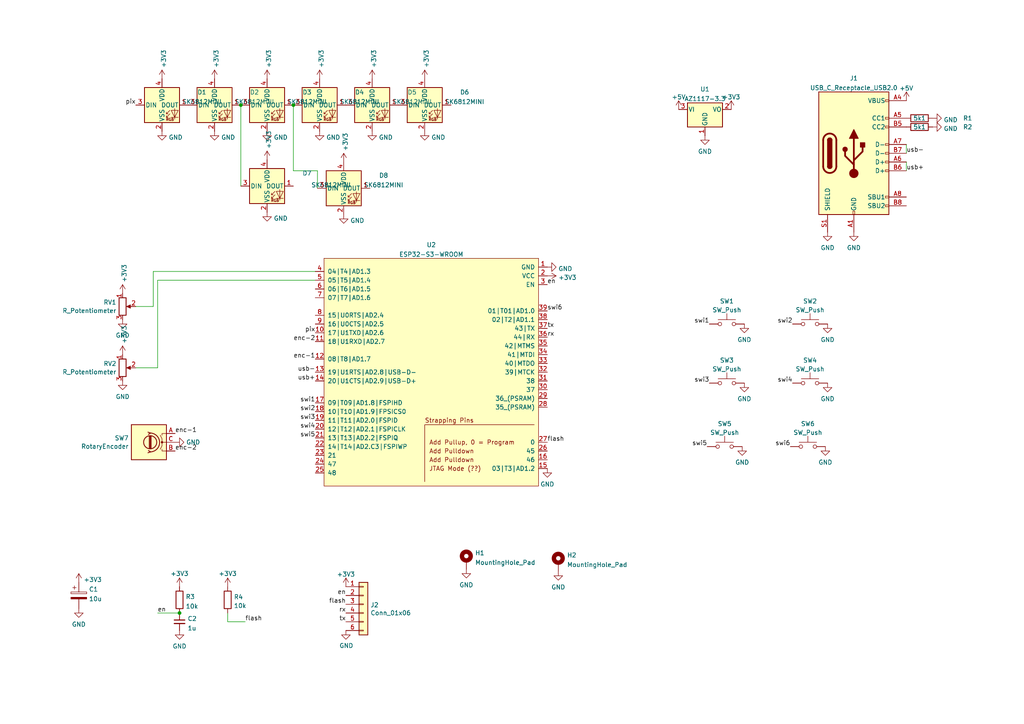
<source format=kicad_sch>
(kicad_sch (version 20231120) (generator "eeschema") (generator_version "8.0")
  (paper "A4")
  (lib_symbols
    (symbol "0_aaaaa_yeah:R" (pin_numbers hide) (pin_names (offset 0))
      (property "Reference" "R" (at 2.032 0 90))
      (property "Value" "R" (at 0 0 90))
      (symbol "R_0_1"
        (rectangle (start -1.016 -2.54) (end 1.016 2.54) (stroke (width 0.254)))
      )
      (symbol "R_1_1"
        (pin passive line (at 0 3.81 270) (length 1.27) (name "~") (number "1"))
        (pin passive line (at 0 -3.81 90) (length 1.27) (name "~") (number "2"))
      )
    )
    (symbol "AnymaLib-06:ESP32-S3-WROOM" (pin_names (offset 1.016))
      (property "Reference" "U" (at -29.21 -35.56 0))
      (property "Value" "ESP32-S3-WROOM" (at 0 34.29 0))
      (symbol "ESP32-S3-WROOM_0_0"
        (text "Add Pulldown" (at -1.27 -25.4 0) (effects (font (size 1.27 1.27)) (justify left)))
        (text "Add Pulldown" (at -1.27 -22.86 0) (effects (font (size 1.27 1.27)) (justify left)))
        (text "Add Pullup, 0 = Program" (at -1.27 -20.32 0) (effects (font (size 1.27 1.27)) (justify left)))
        (text "JTAG Mode (??)" (at -1.27 -27.94 0) (effects (font (size 1.27 1.27)) (justify left)))
        (text "Strapping Pins" (at -2.54 -13.97 0) (effects (font (size 1.27 1.27)) (justify left)))
      )
      (symbol "ESP32-S3-WROOM_0_1"
        (rectangle (start -31.75 33.02) (end 30.48 -33.02) (stroke (width 0.1524)) (fill (type background)))
        (polyline (pts (xy 29.21 -15.24) (xy -2.54 -15.24) (xy -2.54 -31.75)) (stroke (width 0.1524)))
      )
      (symbol "ESP32-S3-WROOM_1_1"
        (pin input line (at 33.02 30.48 180) (length 2.54) (name "GND") (number "1"))
        (pin input line (at -34.29 11.43 0) (length 2.54) (name "17|U1TXD|AD2.6") (number "10"))
        (pin input line (at -34.29 8.89 0) (length 2.54) (name "18|U1RXD|AD2.7") (number "11"))
        (pin input line (at -34.29 3.81 0) (length 2.54) (name "08|T8|AD1.7") (number "12"))
        (pin input line (at -34.29 0 0) (length 2.54) (name "19|U1RTS|AD2.8|USB-D-") (number "13"))
        (pin input line (at -34.29 -2.54 0) (length 2.54) (name "20|U1CTS|AD2.9|USB-D+") (number "14"))
        (pin input line (at 33.02 -27.94 180) (length 2.54) (name "03|T3|AD1.2") (number "15"))
        (pin input line (at 33.02 -25.4 180) (length 2.54) (name "46") (number "16"))
        (pin input line (at -34.29 -8.89 0) (length 2.54) (name "09|T09|AD1.8|FSPIHD") (number "17"))
        (pin input line (at -34.29 -11.43 0) (length 2.54) (name "10|T10|AD1.9|FPSICS0") (number "18"))
        (pin input line (at -34.29 -13.97 0) (length 2.54) (name "11|T11|AD2.0|FSPID") (number "19"))
        (pin input line (at 33.02 27.94 180) (length 2.54) (name "VCC") (number "2"))
        (pin input line (at -34.29 -16.51 0) (length 2.54) (name "12|T12|AD2.1|FSPICLK") (number "20"))
        (pin input line (at -34.29 -19.05 0) (length 2.54) (name "13|T13|AD2.2|FSPIQ") (number "21"))
        (pin input line (at -34.29 -21.59 0) (length 2.54) (name "14|T14|AD2.C3|FSPIWP") (number "22"))
        (pin input line (at -34.29 -24.13 0) (length 2.54) (name "21") (number "23"))
        (pin input line (at -34.29 -26.67 0) (length 2.54) (name "47") (number "24"))
        (pin input line (at -34.29 -29.21 0) (length 2.54) (name "48") (number "25"))
        (pin input line (at 33.02 -22.86 180) (length 2.54) (name "45") (number "26"))
        (pin input line (at 33.02 -20.32 180) (length 2.54) (name "0") (number "27"))
        (pin input line (at 33.02 -10.16 180) (length 2.54) (name "35_(PSRAM)") (number "28"))
        (pin input line (at 33.02 -7.62 180) (length 2.54) (name "36_(PSRAM)") (number "29"))
        (pin input line (at 33.02 25.4 180) (length 2.54) (name "EN") (number "3"))
        (pin input line (at 33.02 -5.08 180) (length 2.54) (name "37") (number "30"))
        (pin input line (at 33.02 -2.54 180) (length 2.54) (name "38") (number "31"))
        (pin input line (at 33.02 0 180) (length 2.54) (name "39|MTCK") (number "32"))
        (pin input line (at 33.02 2.54 180) (length 2.54) (name "40|MTDO") (number "33"))
        (pin input line (at 33.02 5.08 180) (length 2.54) (name "41|MTDI") (number "34"))
        (pin input line (at 33.02 7.62 180) (length 2.54) (name "42|MTMS") (number "35"))
        (pin input line (at 33.02 10.16 180) (length 2.54) (name "44|RX") (number "36"))
        (pin input line (at 33.02 12.7 180) (length 2.54) (name "43|TX") (number "37"))
        (pin input line (at 33.02 15.24 180) (length 2.54) (name "02|T2|AD1.1") (number "38"))
        (pin input line (at 33.02 17.78 180) (length 2.54) (name "01|T01|AD1.0") (number "39"))
        (pin input line (at -34.29 29.21 0) (length 2.54) (name "04|T4|AD1.3") (number "4"))
        (pin input line (at 33.02 30.48 180) (length 2.54) hide (name "GND") (number "40"))
        (pin input line (at 33.02 30.48 180) (length 2.54) hide (name "GND") (number "41"))
        (pin input line (at -34.29 26.67 0) (length 2.54) (name "05|T5|AD1.4") (number "5"))
        (pin input line (at -34.29 24.13 0) (length 2.54) (name "06|T6|AD1.5") (number "6"))
        (pin input line (at -34.29 21.59 0) (length 2.54) (name "07|T7|AD1.6") (number "7"))
        (pin input line (at -34.29 16.51 0) (length 2.54) (name "15|U0RTS|AD2.4") (number "8"))
        (pin input line (at -34.29 13.97 0) (length 2.54) (name "16|U0CTS|AD2.5") (number "9"))
      )
    )
    (symbol "Connector:USB_C_Receptacle_USB2.0" (pin_names (offset 1.016))
      (property "Reference" "J" (at -10.16 19.05 0))
      (property "Value" "USB_C_Receptacle_USB2.0" (at 19.05 19.05 0))
      (symbol "USB_C_Receptacle_USB2.0_0_0"
        (rectangle (start -0.254 -17.78) (end 0.254 -16.764))
        (rectangle (start 10.16 -14.986) (end 9.144 -15.494))
        (rectangle (start 10.16 -12.446) (end 9.144 -12.954))
        (rectangle (start 10.16 -4.826) (end 9.144 -5.334))
        (rectangle (start 10.16 -2.286) (end 9.144 -2.794))
        (rectangle (start 10.16 0.254) (end 9.144 -0.254))
        (rectangle (start 10.16 2.794) (end 9.144 2.286))
        (rectangle (start 10.16 7.874) (end 9.144 7.366))
        (rectangle (start 10.16 10.414) (end 9.144 9.906))
        (rectangle (start 10.16 15.494) (end 9.144 14.986))
      )
      (symbol "USB_C_Receptacle_USB2.0_0_1"
        (rectangle (start -10.16 17.78) (end 10.16 -17.78) (stroke (width 0.254)) (fill (type background)))
        (arc (start -8.89 -3.81) (mid -6.985 -5.7066) (end -5.08 -3.81) (stroke (width 0.508)))
        (arc (start -7.62 -3.81) (mid -6.985 -4.4422) (end -6.35 -3.81) (stroke (width 0.254)))
        (arc (start -7.62 -3.81) (mid -6.985 -4.4422) (end -6.35 -3.81) (stroke (width 0.254)) (fill (type outline)))
        (rectangle (start -7.62 -3.81) (end -6.35 3.81) (stroke (width 0.254)) (fill (type outline)))
        (arc (start -6.35 3.81) (mid -6.985 4.4422) (end -7.62 3.81) (stroke (width 0.254)))
        (arc (start -6.35 3.81) (mid -6.985 4.4422) (end -7.62 3.81) (stroke (width 0.254)) (fill (type outline)))
        (arc (start -5.08 3.81) (mid -6.985 5.7066) (end -8.89 3.81) (stroke (width 0.508)))
        (circle (center -2.54 1.143) (radius 0.635) (stroke (width 0.254)) (fill (type outline)))
        (circle (center 0 -5.842) (radius 1.27) (fill (type outline)))
        (polyline (pts (xy -8.89 -3.81) (xy -8.89 3.81)) (stroke (width 0.508)))
        (polyline (pts (xy -5.08 3.81) (xy -5.08 -3.81)) (stroke (width 0.508)))
        (polyline (pts (xy 0 -5.842) (xy 0 4.318)) (stroke (width 0.508)))
        (polyline (pts (xy 0 -3.302) (xy -2.54 -0.762) (xy -2.54 0.508)) (stroke (width 0.508)))
        (polyline (pts (xy 0 -2.032) (xy 2.54 0.508) (xy 2.54 1.778)) (stroke (width 0.508)))
        (polyline (pts (xy -1.27 4.318) (xy 0 6.858) (xy 1.27 4.318) (xy -1.27 4.318)) (stroke (width 0.254)) (fill (type outline)))
        (rectangle (start 1.905 1.778) (end 3.175 3.048) (stroke (width 0.254)) (fill (type outline)))
      )
      (symbol "USB_C_Receptacle_USB2.0_1_1"
        (pin passive line (at 0 -22.86 90) (length 5.08) (name "GND") (number "A1"))
        (pin passive line (at 0 -22.86 90) (length 5.08) hide (name "GND") (number "A12"))
        (pin passive line (at 15.24 15.24 180) (length 5.08) (name "VBUS") (number "A4"))
        (pin bidirectional line (at 15.24 10.16 180) (length 5.08) (name "CC1") (number "A5"))
        (pin bidirectional line (at 15.24 -2.54 180) (length 5.08) (name "D+") (number "A6"))
        (pin bidirectional line (at 15.24 2.54 180) (length 5.08) (name "D-") (number "A7"))
        (pin bidirectional line (at 15.24 -12.7 180) (length 5.08) (name "SBU1") (number "A8"))
        (pin passive line (at 15.24 15.24 180) (length 5.08) hide (name "VBUS") (number "A9"))
        (pin passive line (at 0 -22.86 90) (length 5.08) hide (name "GND") (number "B1"))
        (pin passive line (at 0 -22.86 90) (length 5.08) hide (name "GND") (number "B12"))
        (pin passive line (at 15.24 15.24 180) (length 5.08) hide (name "VBUS") (number "B4"))
        (pin bidirectional line (at 15.24 7.62 180) (length 5.08) (name "CC2") (number "B5"))
        (pin bidirectional line (at 15.24 -5.08 180) (length 5.08) (name "D+") (number "B6"))
        (pin bidirectional line (at 15.24 0 180) (length 5.08) (name "D-") (number "B7"))
        (pin bidirectional line (at 15.24 -15.24 180) (length 5.08) (name "SBU2") (number "B8"))
        (pin passive line (at 15.24 15.24 180) (length 5.08) hide (name "VBUS") (number "B9"))
        (pin passive line (at -7.62 -22.86 90) (length 5.08) (name "SHIELD") (number "S1"))
      )
    )
    (symbol "Connector_Generic:Conn_01x06" (pin_names (offset 1.016) hide)
      (property "Reference" "J" (at 0 7.62 0))
      (property "Value" "Conn_01x06" (at 0 -10.16 0))
      (symbol "Conn_01x06_1_1"
        (rectangle (start -1.27 -7.493) (end 0 -7.747) (stroke (width 0.1524)))
        (rectangle (start -1.27 -4.953) (end 0 -5.207) (stroke (width 0.1524)))
        (rectangle (start -1.27 -2.413) (end 0 -2.667) (stroke (width 0.1524)))
        (rectangle (start -1.27 0.127) (end 0 -0.127) (stroke (width 0.1524)))
        (rectangle (start -1.27 2.667) (end 0 2.413) (stroke (width 0.1524)))
        (rectangle (start -1.27 5.207) (end 0 4.953) (stroke (width 0.1524)))
        (rectangle (start -1.27 6.35) (end 1.27 -8.89) (stroke (width 0.254)) (fill (type background)))
        (pin passive line (at -5.08 5.08 0) (length 3.81) (name "Pin_1") (number "1"))
        (pin passive line (at -5.08 2.54 0) (length 3.81) (name "Pin_2") (number "2"))
        (pin passive line (at -5.08 0 0) (length 3.81) (name "Pin_3") (number "3"))
        (pin passive line (at -5.08 -2.54 0) (length 3.81) (name "Pin_4") (number "4"))
        (pin passive line (at -5.08 -5.08 0) (length 3.81) (name "Pin_5") (number "5"))
        (pin passive line (at -5.08 -7.62 0) (length 3.81) (name "Pin_6") (number "6"))
      )
    )
    (symbol "Device:R" (pin_numbers hide) (pin_names (offset 0))
      (property "Reference" "R" (at 2.032 0 90))
      (property "Value" "R" (at 0 0 90))
      (symbol "R_0_1"
        (rectangle (start -1.016 -2.54) (end 1.016 2.54) (stroke (width 0.254)))
      )
      (symbol "R_1_1"
        (pin passive line (at 0 3.81 270) (length 1.27) (name "~") (number "1"))
        (pin passive line (at 0 -3.81 90) (length 1.27) (name "~") (number "2"))
      )
    )
    (symbol "Device:R_Potentiometer" (pin_names (offset 1.016) hide)
      (property "Reference" "RV" (at -4.445 0 90))
      (property "Value" "R_Potentiometer" (at -2.54 0 90))
      (symbol "R_Potentiometer_0_1"
        (polyline (pts (xy 2.54 0) (xy 1.524 0)))
        (polyline (pts (xy 1.143 0) (xy 2.286 0.508) (xy 2.286 -0.508) (xy 1.143 0)) (fill (type outline)))
        (rectangle (start 1.016 2.54) (end -1.016 -2.54) (stroke (width 0.254)))
      )
      (symbol "R_Potentiometer_1_1"
        (pin passive line (at 0 3.81 270) (length 1.27) (name "1") (number "1"))
        (pin passive line (at 3.81 0 180) (length 1.27) (name "2") (number "2"))
        (pin passive line (at 0 -3.81 90) (length 1.27) (name "3") (number "3"))
      )
    )
    (symbol "Device:RotaryEncoder" (pin_names (offset 0.254) hide)
      (property "Reference" "SW" (at 0 6.604 0))
      (property "Value" "RotaryEncoder" (at 0 -6.604 0))
      (symbol "RotaryEncoder_0_1"
        (rectangle (start -5.08 5.08) (end 5.08 -5.08) (stroke (width 0.254)) (fill (type background)))
        (circle (center -3.81 0) (radius 0.254) (fill (type outline)))
        (circle (center -0.381 0) (radius 1.905) (stroke (width 0.254)))
        (arc (start -0.381 2.667) (mid -3.0988 -0.0635) (end -0.381 -2.794) (stroke (width 0.254)))
        (polyline (pts (xy -0.635 -1.778) (xy -0.635 1.778)) (stroke (width 0.254)))
        (polyline (pts (xy -0.381 -1.778) (xy -0.381 1.778)) (stroke (width 0.254)))
        (polyline (pts (xy -0.127 1.778) (xy -0.127 -1.778)) (stroke (width 0.254)))
        (polyline (pts (xy -5.08 -2.54) (xy -3.81 -2.54) (xy -3.81 -2.032)))
        (polyline (pts (xy -5.08 2.54) (xy -3.81 2.54) (xy -3.81 2.032)))
        (polyline (pts (xy 0.254 -3.048) (xy -0.508 -2.794) (xy 0.127 -2.413)) (stroke (width 0.254)))
        (polyline (pts (xy 0.254 2.921) (xy -0.508 2.667) (xy 0.127 2.286)) (stroke (width 0.254)))
        (polyline (pts (xy -5.08 0) (xy -3.81 0) (xy -3.81 -1.016) (xy -3.302 -2.032)))
        (polyline (pts (xy -4.318 0) (xy -3.81 0) (xy -3.81 1.016) (xy -3.302 2.032)))
      )
      (symbol "RotaryEncoder_1_1"
        (pin passive line (at -7.62 2.54 0) (length 2.54) (name "A") (number "A"))
        (pin passive line (at -7.62 -2.54 0) (length 2.54) (name "B") (number "B"))
        (pin passive line (at -7.62 0 0) (length 2.54) (name "C") (number "C"))
      )
    )
    (symbol "Mechanical:MountingHole_Pad" (pin_numbers hide) (pin_names (offset 1.016) hide)
      (property "Reference" "H" (at 0 6.35 0))
      (property "Value" "MountingHole_Pad" (at 0 4.445 0))
      (symbol "MountingHole_Pad_0_1"
        (circle (center 0 1.27) (radius 1.27) (stroke (width 1.27)))
      )
      (symbol "MountingHole_Pad_1_1"
        (pin input line (at 0 -2.54 90) (length 2.54) (name "1") (number "1"))
      )
    )
    (symbol "Regulator_Linear:AZ1117-3.3" (pin_names (offset 0.254))
      (property "Reference" "U" (at -3.81 3.175 0))
      (property "Value" "AZ1117-3.3" (at 0 3.175 0))
      (symbol "AZ1117-3.3_0_1"
        (rectangle (start -5.08 1.905) (end 5.08 -5.08) (stroke (width 0.254)) (fill (type background)))
      )
      (symbol "AZ1117-3.3_1_1"
        (pin power_in line (at 0 -7.62 90) (length 2.54) (name "GND") (number "1"))
        (pin power_out line (at 7.62 0 180) (length 2.54) (name "VO") (number "2"))
        (pin power_in line (at -7.62 0 0) (length 2.54) (name "VI") (number "3"))
      )
    )
    (symbol "nime2020-library:CP" (pin_numbers hide) (pin_names (offset 0.254))
      (property "Reference" "C" (at 0.635 2.54 0))
      (property "Value" "CP" (at 0.635 -2.54 0))
      (symbol "CP_0_1"
        (rectangle (start -2.286 0.508) (end 2.286 1.016))
        (polyline (pts (xy -1.778 2.286) (xy -0.762 2.286)))
        (polyline (pts (xy -1.27 2.794) (xy -1.27 1.778)))
        (rectangle (start 2.286 -0.508) (end -2.286 -1.016) (fill (type outline)))
      )
      (symbol "CP_1_1"
        (pin passive line (at 0 3.81 270) (length 2.794) (name "~") (number "1"))
        (pin passive line (at 0 -3.81 90) (length 2.794) (name "~") (number "2"))
      )
    )
    (symbol "nime2020-library:SW_Push" (pin_numbers hide) (pin_names (offset 1.016) hide)
      (property "Reference" "SW" (at 1.27 2.54 0))
      (property "Value" "SW_Push" (at 0 -1.524 0))
      (symbol "SW_Push_0_1"
        (circle (center -2.032 0) (radius 0.508))
        (polyline (pts (xy 0 1.27) (xy 0 3.048)))
        (polyline (pts (xy 2.54 1.27) (xy -2.54 1.27)))
        (circle (center 2.032 0) (radius 0.508))
        (pin passive line (at -5.08 0 0) (length 2.54) (name "1") (number "1"))
        (pin passive line (at 5.08 0 180) (length 2.54) (name "2") (number "2"))
      )
    )
    (symbol "power:+3V3" (power) (pin_names (offset 0))
      (property "Value" "+3V3" (at 0 3.556 0))
      (symbol "+3V3_0_1"
        (polyline (pts (xy -0.762 1.27) (xy 0 2.54)))
        (polyline (pts (xy 0 0) (xy 0 2.54)))
        (polyline (pts (xy 0 2.54) (xy 0.762 1.27)))
      )
      (symbol "+3V3_1_1"
        (pin power_in line (at 0 0 90) (length 0) hide (name "+3V3") (number "1"))
      )
    )
    (symbol "power:+5V" (power) (pin_names (offset 0))
      (property "Value" "+5V" (at 0 3.556 0))
      (symbol "+5V_0_1"
        (polyline (pts (xy -0.762 1.27) (xy 0 2.54)))
        (polyline (pts (xy 0 0) (xy 0 2.54)))
        (polyline (pts (xy 0 2.54) (xy 0.762 1.27)))
      )
      (symbol "+5V_1_1"
        (pin power_in line (at 0 0 90) (length 0) hide (name "+5V") (number "1"))
      )
    )
    (symbol "power:GND" (power) (pin_names (offset 0))
      (property "Value" "GND" (at 0 -3.81 0))
      (symbol "GND_0_1"
        (polyline (pts (xy 0 0) (xy 0 -1.27) (xy 1.27 -1.27) (xy 0 -2.54) (xy -1.27 -1.27) (xy 0 -1.27)))
      )
      (symbol "GND_1_1"
        (pin power_in line (at 0 0 270) (length 0) hide (name "GND") (number "1"))
      )
    )
    (symbol "synkie_symbols:C_Small" (pin_numbers hide) (pin_names (offset 0.254) hide)
      (property "Reference" "C" (at 0.254 1.778 0))
      (property "Value" "C_Small" (at 0.254 -2.032 0))
      (symbol "C_Small_0_1"
        (polyline (pts (xy -1.524 -0.508) (xy 1.524 -0.508)) (stroke (width 0.3302)))
        (polyline (pts (xy -1.524 0.508) (xy 1.524 0.508)) (stroke (width 0.3048)))
      )
      (symbol "C_Small_1_1"
        (pin passive line (at 0 2.54 270) (length 2.032) (name "~") (number "1"))
        (pin passive line (at 0 -2.54 90) (length 2.032) (name "~") (number "2"))
      )
    )
    (symbol "synkie_symbols:SK6812MINI" (pin_names (offset 0.254))
      (property "Reference" "D" (at 5.08 5.715 0))
      (property "Value" "SK6812MINI" (at 1.27 -5.715 0))
      (symbol "SK6812MINI_0_0"
        (text "RGB" (at 2.286 -4.191 0) (effects (font (size 0.762 0.762))))
      )
      (symbol "SK6812MINI_0_1"
        (polyline (pts (xy 1.27 -3.556) (xy 1.778 -3.556)))
        (polyline (pts (xy 1.27 -2.54) (xy 1.778 -2.54)))
        (polyline (pts (xy 4.699 -3.556) (xy 2.667 -3.556)))
        (polyline (pts (xy 2.286 -2.54) (xy 1.27 -3.556) (xy 1.27 -3.048)))
        (polyline (pts (xy 2.286 -1.524) (xy 1.27 -2.54) (xy 1.27 -2.032)))
        (polyline (pts (xy 3.683 -1.016) (xy 3.683 -3.556) (xy 3.683 -4.064)))
        (polyline (pts (xy 4.699 -1.524) (xy 2.667 -1.524) (xy 3.683 -3.556) (xy 4.699 -1.524)))
        (rectangle (start 5.08 5.08) (end -5.08 -5.08) (stroke (width 0.254)) (fill (type background)))
      )
      (symbol "SK6812MINI_1_1"
        (pin output line (at 7.62 0 180) (length 2.54) (name "DOUT") (number "1"))
        (pin power_in line (at 0 -7.62 90) (length 2.54) (name "VSS") (number "2"))
        (pin input line (at -7.62 0 0) (length 2.54) (name "DIN") (number "3"))
        (pin power_in line (at 0 7.62 270) (length 2.54) (name "VDD") (number "4"))
      )
    )
  )
  (junction (at 52.07 177.8))
  (junction (at 85.09 30.48))
  (junction (at 69.85 30.48))
  (wire (pts (xy 66.04 180.34) (xy 66.04 177.8)))
  (wire (pts (xy 45.72 81.28) (xy 45.72 106.68)))
  (wire (pts (xy 85.09 30.48) (xy 85.09 49.53)))
  (wire (pts (xy 85.09 49.53) (xy 92.075 49.53)))
  (wire (pts (xy 91.44 78.74) (xy 44.45 78.74)))
  (wire (pts (xy 44.45 78.74) (xy 44.45 88.9)))
  (wire (pts (xy 45.72 106.68) (xy 39.37 106.68)))
  (wire (pts (xy 262.89 46.99) (xy 262.89 49.53)))
  (wire (pts (xy 92.075 49.53) (xy 92.075 54.61)))
  (wire (pts (xy 69.85 30.48) (xy 69.85 53.975)))
  (wire (pts (xy 262.89 41.91) (xy 262.89 44.45)))
  (wire (pts (xy 71.12 180.34) (xy 66.04 180.34)))
  (wire (pts (xy 45.72 177.8) (xy 52.07 177.8)))
  (wire (pts (xy 91.44 81.28) (xy 45.72 81.28)))
  (wire (pts (xy 44.45 88.9) (xy 39.37 88.9)))
  (label "flash" (at 100.33 175.26 180))
  (label "en" (at 45.72 177.8 0))
  (label "rx" (at 158.75 97.79 0))
  (label "pix" (at 91.44 96.52 180))
  (label "swi4" (at 229.87 111.125 180))
  (label "flash" (at 71.12 180.34 0))
  (label "swi2" (at 91.44 119.38 180))
  (label "swi3" (at 91.44 121.92 180))
  (label "usb-" (at 262.89 44.45 0))
  (label "swi6" (at 229.235 129.54 180))
  (label "swi3" (at 205.74 111.125 180))
  (label "flash" (at 158.75 128.27 0))
  (label "en" (at 158.75 82.55 0))
  (label "tx" (at 158.75 95.25 0))
  (label "usb+" (at 91.44 110.49 180))
  (label "swi5" (at 205.105 129.54 180))
  (label "usb-" (at 91.44 107.95 180))
  (label "tx" (at 100.33 180.34 180))
  (label "enc-2" (at 50.8 130.81 0))
  (label "enc-1" (at 50.8 125.73 0))
  (label "pix" (at 39.37 30.48 180))
  (label "usb+" (at 262.89 49.53 0))
  (label "en" (at 100.33 172.72 180))
  (label "enc-1" (at 91.44 104.14 180))
  (label "swi6" (at 158.75 90.17 0))
  (label "swi1" (at 205.74 93.98 180))
  (label "swi5" (at 91.44 127 180))
  (label "swi1" (at 91.44 116.84 180))
  (label "swi2" (at 229.87 93.98 180))
  (label "rx" (at 100.33 177.8 180))
  (label "swi4" (at 91.44 124.46 180))
  (label "enc-2" (at 91.44 99.06 180))
  (symbol (lib_id "Device:R_Potentiometer") (at 35.56 88.9 0) (unit 1)
    (property "Reference" "RV1" (at 33.782 87.6878 0) (effects (justify right)))
    (property "Value" "R_Potentiometer" (at 33.782 90.1121 0) (effects (justify right)))
    (property "Footprint" "synkie_footprints:Potentiometer_Alps_RK09K_Single_Vertical" (effects (hide yes)))
    (property "Description" "Potentiometer" (effects (hide yes)))
  )
  (symbol (lib_id "power:GND") (at 107.95 38.1 0) (unit 1)
    (property "Reference" "#PWR016" (effects (hide yes)))
    (property "Value" "GND" (at 109.855 39.849 0) (effects (justify left)))
  )
  (symbol (lib_id "power:GND") (at 35.56 110.49 0) (unit 1)
    (property "Reference" "#PWR043" (effects (hide yes)))
    (property "Value" "GND" (at 35.56 115.0525 0))
  )
  (symbol (lib_id "power:+3V3") (at 212.09 31.75 0) (unit 1)
    (property "Reference" "#PWR09" (effects (hide yes)))
    (property "Value" "+3V3" (at 212.09 28.1455 0))
  )
  (symbol (lib_id "synkie_symbols:SK6812MINI") (at 107.95 30.48 0) (unit 1)
    (property "Reference" "D5" (at 119.5259 26.7548 0))
    (property "Value" "SK6812MINI" (at 119.5259 29.5299 0))
    (property "Footprint" "Anyma06:SK6812-MINI-HS" (effects (hide yes)))
    (property "Datasheet" "https://cdn-shop.adafruit.com/product-files/2686/SK6812MINI_REV.01-1-2.pdf" (effects (hide yes)))
  )
  (symbol (lib_id "nime2020-library:SW_Push") (at 234.95 111.125 0) (unit 1)
    (property "Reference" "SW4" (at 234.95 104.5042 0))
    (property "Value" "SW_Push" (at 234.95 107.0411 0))
    (property "Footprint" "synkie_footprints:Alps_Tactile_Switch" (effects (hide yes)))
  )
  (symbol (lib_id "power:GND") (at 240.03 67.31 0) (unit 1)
    (property "Reference" "#PWR023" (effects (hide yes)))
    (property "Value" "GND" (at 240.03 71.8725 0))
  )
  (symbol (lib_id "Device:R_Potentiometer") (at 35.56 106.68 0) (unit 1)
    (property "Reference" "RV2" (at 33.782 105.4678 0) (effects (justify right)))
    (property "Value" "R_Potentiometer" (at 33.782 107.8921 0) (effects (justify right)))
    (property "Footprint" "synkie_footprints:Potentiometer_Alps_RK09K_Single_Vertical" (effects (hide yes)))
    (property "Description" "Potentiometer" (effects (hide yes)))
  )
  (symbol (lib_id "power:+5V") (at 262.89 29.21 0) (unit 1)
    (property "Reference" "#PWR07" (effects (hide yes)))
    (property "Value" "+5V" (at 262.89 25.6055 0))
  )
  (symbol (lib_id "power:GND") (at 204.47 39.37 0) (unit 1)
    (property "Reference" "#PWR018" (effects (hide yes)))
    (property "Value" "GND" (at 204.47 43.9325 0))
  )
  (symbol (lib_id "power:GND") (at 270.51 34.29 90) (unit 1)
    (property "Reference" "#PWR010" (effects (hide yes)))
    (property "Value" "GND" (at 273.685 34.769 90) (effects (justify right)))
  )
  (symbol (lib_id "power:+3V3") (at 22.86 168.91 0) (unit 1)
    (property "Reference" "#PWR036" (effects (hide yes)))
    (property "Value" "+3V3" (at 24.257 168.119 0) (effects (justify left)))
  )
  (symbol (lib_id "power:+3V3") (at 35.56 102.87 0) (unit 1)
    (property "Reference" "#PWR046" (effects (hide yes)))
    (property "Value" "+3V3" (at 36.039 99.695 90) (effects (justify left)))
  )
  (symbol (lib_id "power:+3V3") (at 77.47 22.86 0) (unit 1)
    (property "Reference" "#PWR03" (effects (hide yes)))
    (property "Value" "+3V3" (at 77.949 19.685 90) (effects (justify left)))
  )
  (symbol (lib_id "power:GND") (at 35.56 92.71 0) (unit 1)
    (property "Reference" "#PWR044" (effects (hide yes)))
    (property "Value" "GND" (at 35.56 97.2725 0))
  )
  (symbol (lib_id "Mechanical:MountingHole_Pad") (at 161.925 163.195 0) (unit 1)
    (property "Reference" "H2" (at 164.465 161.0165 0) (effects (justify left)))
    (property "Value" "MountingHole_Pad" (at 164.465 163.7916 0) (effects (justify left)))
    (property "Footprint" "MountingHole:MountingHole_2.5mm_Pad" (effects (hide yes)))
  )
  (symbol (lib_id "power:+3V3") (at 158.75 80.01 270) (unit 1)
    (property "Reference" "#PWR026" (effects (hide yes)))
    (property "Value" "+3V3" (at 161.925 80.489 90) (effects (justify left)))
  )
  (symbol (lib_id "power:+5V") (at 196.85 31.75 0) (unit 1)
    (property "Reference" "#PWR08" (effects (hide yes)))
    (property "Value" "+5V" (at 196.85 28.1455 0))
  )
  (symbol (lib_id "power:GND") (at 158.75 77.47 90) (unit 1)
    (property "Reference" "#PWR025" (effects (hide yes)))
    (property "Value" "GND" (at 161.925 77.949 90) (effects (justify right)))
  )
  (symbol (lib_id "nime2020-library:CP") (at 22.86 172.72 0) (unit 1)
    (property "Reference" "C1" (at 25.781 170.9225 0) (effects (justify left)))
    (property "Value" "10u" (at 25.781 173.6976 0) (effects (justify left)))
    (property "Footprint" "synkie_footprints:C_1206_3216Metric_Pad1.42x1.75mm_HandSolder" (effects (hide yes)))
  )
  (symbol (lib_id "power:+3V3") (at 52.07 170.18 0) (unit 1)
    (property "Reference" "#PWR037" (effects (hide yes)))
    (property "Value" "+3V3" (at 52.07 166.37 0))
  )
  (symbol (lib_id "power:GND") (at 77.47 61.595 0) (unit 1)
    (property "Reference" "#PWR021" (effects (hide yes)))
    (property "Value" "GND" (at 79.375 63.344 0) (effects (justify left)))
  )
  (symbol (lib_id "Mechanical:MountingHole_Pad") (at 135.255 162.56 0) (unit 1)
    (property "Reference" "H1" (at 137.795 160.3815 0) (effects (justify left)))
    (property "Value" "MountingHole_Pad" (at 137.795 163.1566 0) (effects (justify left)))
    (property "Footprint" "MountingHole:MountingHole_2.5mm_Pad" (effects (hide yes)))
  )
  (symbol (lib_id "power:GND") (at 215.9 111.125 0) (unit 1)
    (property "Reference" "#PWR029" (effects (hide yes)))
    (property "Value" "GND" (at 215.9 115.6875 0))
  )
  (symbol (lib_id "synkie_symbols:SK6812MINI") (at 62.23 30.48 0) (unit 1)
    (property "Reference" "D2" (at 73.8059 26.7548 0))
    (property "Value" "SK6812MINI" (at 73.8059 29.5299 0))
    (property "Footprint" "Anyma06:SK6812-MINI-HS" (effects (hide yes)))
    (property "Datasheet" "https://cdn-shop.adafruit.com/product-files/2686/SK6812MINI_REV.01-1-2.pdf" (effects (hide yes)))
  )
  (symbol (lib_id "power:+3V3") (at 92.71 22.86 0) (unit 1)
    (property "Reference" "#PWR04" (effects (hide yes)))
    (property "Value" "+3V3" (at 93.189 19.685 90) (effects (justify left)))
  )
  (symbol (lib_id "power:GND") (at 240.03 111.125 0) (unit 1)
    (property "Reference" "#PWR030" (effects (hide yes)))
    (property "Value" "GND" (at 240.03 115.6875 0))
  )
  (symbol (lib_id "synkie_symbols:SK6812MINI") (at 46.99 30.48 0) (unit 1)
    (property "Reference" "D1" (at 58.5659 26.7548 0))
    (property "Value" "SK6812MINI" (at 58.5659 29.5299 0))
    (property "Footprint" "Anyma06:SK6812-MINI-HS" (effects (hide yes)))
    (property "Datasheet" "https://cdn-shop.adafruit.com/product-files/2686/SK6812MINI_REV.01-1-2.pdf" (effects (hide yes)))
  )
  (symbol (lib_id "power:+3V3") (at 62.23 22.86 0) (unit 1)
    (property "Reference" "#PWR02" (effects (hide yes)))
    (property "Value" "+3V3" (at 62.709 19.685 90) (effects (justify left)))
  )
  (symbol (lib_id "power:GND") (at 99.695 62.23 0) (unit 1)
    (property "Reference" "#PWR022" (effects (hide yes)))
    (property "Value" "GND" (at 101.6 63.979 0) (effects (justify left)))
  )
  (symbol (lib_id "power:GND") (at 215.265 129.54 0) (unit 1)
    (property "Reference" "#PWR031" (effects (hide yes)))
    (property "Value" "GND" (at 215.265 134.1025 0))
  )
  (symbol (lib_id "power:+3V3") (at 100.33 170.18 0) (unit 1)
    (property "Reference" "#PWR039" (effects (hide yes)))
    (property "Value" "+3V3" (at 100.33 166.5755 0))
  )
  (symbol (lib_id "power:GND") (at 62.23 38.1 0) (unit 1)
    (property "Reference" "#PWR013" (effects (hide yes)))
    (property "Value" "GND" (at 64.135 39.849 0) (effects (justify left)))
  )
  (symbol (lib_id "0_aaaaa_yeah:R") (at 266.7 36.83 90) (unit 1)
    (property "Reference" "R2" (at 280.67 36.83 90))
    (property "Value" "5k1" (at 266.7 36.83 90))
    (property "Footprint" "synkie_footprints:R_0805_2012Metric_Pad1.15x1.40mm_HandSolder" (effects (hide yes)))
  )
  (symbol (lib_id "power:GND") (at 52.07 182.88 0) (unit 1)
    (property "Reference" "#PWR041" (effects (hide yes)))
    (property "Value" "GND" (at 52.07 187.4425 0))
  )
  (symbol (lib_id "nime2020-library:SW_Push") (at 210.82 93.98 0) (unit 1)
    (property "Reference" "SW1" (at 210.82 87.3592 0))
    (property "Value" "SW_Push" (at 210.82 89.8961 0))
    (property "Footprint" "synkie_footprints:Alps_Tactile_Switch" (effects (hide yes)))
  )
  (symbol (lib_id "Connector:USB_C_Receptacle_USB2.0") (at 247.65 44.45 0) (unit 1)
    (property "Reference" "J1" (at 247.65 22.7035 0))
    (property "Value" "USB_C_Receptacle_USB2.0" (at 247.65 25.4786 0))
    (property "Footprint" "synkie_footprints:JAE_USB-C_SJ122205" (effects (hide yes)))
    (property "Datasheet" "https://www.usb.org/sites/default/files/documents/usb_type-c.zip" (effects (hide yes)))
  )
  (symbol (lib_id "nime2020-library:SW_Push") (at 210.82 111.125 0) (unit 1)
    (property "Reference" "SW3" (at 210.82 104.5042 0))
    (property "Value" "SW_Push" (at 210.82 107.0411 0))
    (property "Footprint" "synkie_footprints:Alps_Tactile_Switch" (effects (hide yes)))
  )
  (symbol (lib_id "Device:R") (at 52.07 173.99 0) (unit 1)
    (property "Reference" "R3" (at 53.848 173.0815 0) (effects (justify left)))
    (property "Value" "10k" (at 53.848 175.8566 0) (effects (justify left)))
    (property "Footprint" "synkie_footprints:R_0805_2012Metric_Pad1.15x1.40mm_HandSolder" (effects (hide yes)))
  )
  (symbol (lib_id "power:GND") (at 270.51 36.83 90) (unit 1)
    (property "Reference" "#PWR011" (effects (hide yes)))
    (property "Value" "GND" (at 273.685 37.309 90) (effects (justify right)))
  )
  (symbol (lib_id "power:+3V3") (at 99.695 46.99 0) (unit 1)
    (property "Reference" "#PWR020" (effects (hide yes)))
    (property "Value" "+3V3" (at 100.174 43.815 90) (effects (justify left)))
  )
  (symbol (lib_id "power:GND") (at 100.33 182.88 0) (unit 1)
    (property "Reference" "#PWR042" (effects (hide yes)))
    (property "Value" "GND" (at 100.457 187.2742 0))
  )
  (symbol (lib_id "0_aaaaa_yeah:R") (at 66.04 173.99 0) (unit 1)
    (property "Reference" "R4" (at 67.818 173.1553 0) (effects (justify left)))
    (property "Value" "10k" (at 67.818 175.6922 0) (effects (justify left)))
    (property "Footprint" "synkie_footprints:R_0805_2012Metric_Pad1.15x1.40mm_HandSolder" (effects (hide yes)))
  )
  (symbol (lib_id "power:+3V3") (at 77.47 46.355 0) (unit 1)
    (property "Reference" "#PWR019" (effects (hide yes)))
    (property "Value" "+3V3" (at 77.949 43.18 90) (effects (justify left)))
  )
  (symbol (lib_id "power:+3V3") (at 35.56 85.09 0) (unit 1)
    (property "Reference" "#PWR045" (effects (hide yes)))
    (property "Value" "+3V3" (at 36.039 81.915 90) (effects (justify left)))
  )
  (symbol (lib_id "synkie_symbols:C_Small") (at 52.07 180.34 0) (unit 1)
    (property "Reference" "C2" (at 54.3941 179.4378 0) (effects (justify left)))
    (property "Value" "1u" (at 54.3941 182.2129 0) (effects (justify left)))
    (property "Footprint" "synkie_footprints:C_0603_1608Metric_Pad1.05x0.95mm_HandSolder" (effects (hide yes)))
  )
  (symbol (lib_id "Regulator_Linear:AZ1117-3.3") (at 204.47 31.75 0) (unit 1)
    (property "Reference" "U1" (at 204.47 25.8785 0))
    (property "Value" "AZ1117-3.3" (at 204.47 28.6536 0))
    (property "Footprint" "Package_TO_SOT_SMD:SOT-223-3_TabPin2" (effects (hide yes)))
    (property "Datasheet" "https://www.diodes.com/assets/Datasheets/AZ1117.pdf" (effects (hide yes)))
  )
  (symbol (lib_id "nime2020-library:SW_Push") (at 234.315 129.54 0) (unit 1)
    (property "Reference" "SW6" (at 234.315 122.9192 0))
    (property "Value" "SW_Push" (at 234.315 125.4561 0))
    (property "Footprint" "synkie_footprints:Alps_Tactile_Switch" (effects (hide yes)))
  )
  (symbol (lib_id "power:GND") (at 158.75 135.89 0) (unit 1)
    (property "Reference" "#PWR033" (effects (hide yes)))
    (property "Value" "GND" (at 158.75 140.4525 0))
  )
  (symbol (lib_id "nime2020-library:SW_Push") (at 234.95 93.98 0) (unit 1)
    (property "Reference" "SW2" (at 234.95 87.3592 0))
    (property "Value" "SW_Push" (at 234.95 89.8961 0))
    (property "Footprint" "synkie_footprints:Alps_Tactile_Switch" (effects (hide yes)))
  )
  (symbol (lib_id "synkie_symbols:SK6812MINI") (at 77.47 30.48 0) (unit 1)
    (property "Reference" "D3" (at 89.0459 26.7548 0))
    (property "Value" "SK6812MINI" (at 89.0459 29.5299 0))
    (property "Footprint" "Anyma06:SK6812-MINI-HS" (effects (hide yes)))
    (property "Datasheet" "https://cdn-shop.adafruit.com/product-files/2686/SK6812MINI_REV.01-1-2.pdf" (effects (hide yes)))
  )
  (symbol (lib_id "power:GND") (at 46.99 38.1 0) (unit 1)
    (property "Reference" "#PWR012" (effects (hide yes)))
    (property "Value" "GND" (at 48.895 39.849 0) (effects (justify left)))
  )
  (symbol (lib_id "synkie_symbols:SK6812MINI") (at 99.695 54.61 0) (unit 1)
    (property "Reference" "D8" (at 111.2709 50.8848 0))
    (property "Value" "SK6812MINI" (at 111.2709 53.6599 0))
    (property "Footprint" "Anyma06:SK6812-MINI-HS" (effects (hide yes)))
    (property "Datasheet" "https://cdn-shop.adafruit.com/product-files/2686/SK6812MINI_REV.01-1-2.pdf" (effects (hide yes)))
  )
  (symbol (lib_id "power:+3V3") (at 66.04 170.18 0) (unit 1)
    (property "Reference" "#PWR038" (effects (hide yes)))
    (property "Value" "+3V3" (at 66.04 166.37 0))
  )
  (symbol (lib_id "power:+3V3") (at 46.99 22.86 0) (unit 1)
    (property "Reference" "#PWR01" (effects (hide yes)))
    (property "Value" "+3V3" (at 47.469 19.685 90) (effects (justify left)))
  )
  (symbol (lib_id "power:GND") (at 77.47 38.1 0) (unit 1)
    (property "Reference" "#PWR014" (effects (hide yes)))
    (property "Value" "GND" (at 79.375 39.849 0) (effects (justify left)))
  )
  (symbol (lib_id "synkie_symbols:SK6812MINI") (at 77.47 53.975 0) (unit 1)
    (property "Reference" "D7" (at 89.0459 50.2498 0))
    (property "Value" "SK6812MINI" (at 96.0309 53.6599 0))
    (property "Footprint" "Anyma06:SK6812-MINI-HS" (effects (hide yes)))
    (property "Datasheet" "https://cdn-shop.adafruit.com/product-files/2686/SK6812MINI_REV.01-1-2.pdf" (effects (hide yes)))
  )
  (symbol (lib_id "power:GND") (at 215.9 93.98 0) (unit 1)
    (property "Reference" "#PWR027" (effects (hide yes)))
    (property "Value" "GND" (at 215.9 98.5425 0))
  )
  (symbol (lib_id "power:GND") (at 135.255 165.1 0) (unit 1)
    (property "Reference" "#PWR034" (effects (hide yes)))
    (property "Value" "GND" (at 135.255 169.6625 0))
  )
  (symbol (lib_id "power:GND") (at 240.03 93.98 0) (unit 1)
    (property "Reference" "#PWR028" (effects (hide yes)))
    (property "Value" "GND" (at 240.03 98.5425 0))
  )
  (symbol (lib_id "power:GND") (at 247.65 67.31 0) (unit 1)
    (property "Reference" "#PWR024" (effects (hide yes)))
    (property "Value" "GND" (at 247.65 71.8725 0))
  )
  (symbol (lib_id "power:GND") (at 161.925 165.735 0) (unit 1)
    (property "Reference" "#PWR035" (effects (hide yes)))
    (property "Value" "GND" (at 161.925 170.2975 0))
  )
  (symbol (lib_id "nime2020-library:SW_Push") (at 210.185 129.54 0) (unit 1)
    (property "Reference" "SW5" (at 210.185 122.9192 0))
    (property "Value" "SW_Push" (at 210.185 125.4561 0))
    (property "Footprint" "synkie_footprints:Alps_Tactile_Switch" (effects (hide yes)))
  )
  (symbol (lib_id "power:GND") (at 92.71 38.1 0) (unit 1)
    (property "Reference" "#PWR015" (effects (hide yes)))
    (property "Value" "GND" (at 94.615 39.849 0) (effects (justify left)))
  )
  (symbol (lib_id "0_aaaaa_yeah:R") (at 266.7 34.29 90) (unit 1)
    (property "Reference" "R1" (at 280.67 34.29 90))
    (property "Value" "5k1" (at 266.7 34.29 90))
    (property "Footprint" "synkie_footprints:R_0805_2012Metric_Pad1.15x1.40mm_HandSolder" (effects (hide yes)))
  )
  (symbol (lib_id "power:GND") (at 50.8 128.27 90) (mirror x) (unit 1)
    (property "Reference" "#PWR047" (effects (hide yes)))
    (property "Value" "GND" (at 53.9749 128.27 90) (effects (justify right)))
  )
  (symbol (lib_id "power:+3V3") (at 123.19 22.86 0) (unit 1)
    (property "Reference" "#PWR06" (effects (hide yes)))
    (property "Value" "+3V3" (at 123.669 19.685 90) (effects (justify left)))
  )
  (symbol (lib_id "synkie_symbols:SK6812MINI") (at 92.71 30.48 0) (unit 1)
    (property "Reference" "D4" (at 104.2859 26.7548 0))
    (property "Value" "SK6812MINI" (at 104.2859 29.5299 0))
    (property "Footprint" "Anyma06:SK6812-MINI-HS" (effects (hide yes)))
    (property "Datasheet" "https://cdn-shop.adafruit.com/product-files/2686/SK6812MINI_REV.01-1-2.pdf" (effects (hide yes)))
  )
  (symbol (lib_id "power:GND") (at 22.86 176.53 0) (unit 1)
    (property "Reference" "#PWR040" (effects (hide yes)))
    (property "Value" "GND" (at 22.86 181.0925 0))
  )
  (symbol (lib_id "power:GND") (at 123.19 38.1 0) (unit 1)
    (property "Reference" "#PWR017" (effects (hide yes)))
    (property "Value" "GND" (at 125.095 39.849 0) (effects (justify left)))
  )
  (symbol (lib_id "Connector_Generic:Conn_01x06") (at 105.41 175.26 0) (unit 1)
    (property "Reference" "J2" (at 107.442 175.4632 0) (effects (justify left)))
    (property "Value" "Conn_01x06" (at 107.442 177.7746 0) (effects (justify left)))
    (property "Footprint" "Anyma06:ComboPinhead_06" (effects (hide yes)))
  )
  (symbol (lib_id "synkie_symbols:SK6812MINI") (at 123.19 30.48 0) (unit 1)
    (property "Reference" "D6" (at 134.7659 26.7548 0))
    (property "Value" "SK6812MINI" (at 134.7659 29.5299 0))
    (property "Footprint" "Anyma06:SK6812-MINI-HS" (effects (hide yes)))
    (property "Datasheet" "https://cdn-shop.adafruit.com/product-files/2686/SK6812MINI_REV.01-1-2.pdf" (effects (hide yes)))
  )
  (symbol (lib_id "power:+3V3") (at 107.95 22.86 0) (unit 1)
    (property "Reference" "#PWR05" (effects (hide yes)))
    (property "Value" "+3V3" (at 108.429 19.685 90) (effects (justify left)))
  )
  (symbol (lib_id "Device:RotaryEncoder") (at 43.18 128.27 0) (mirror y) (unit 1)
    (property "Reference" "SW7" (at 37.338 127.0578 0) (effects (justify left)))
    (property "Value" "RotaryEncoder" (at 37.338 129.4821 0) (effects (justify left)))
    (property "Footprint" "Rotary_Encoder:RotaryEncoder_Alps_EC12E_Vertical_H20mm" (effects (hide yes)))
    (property "Description" "Rotary encoder, dual channel, incremental quadrate outputs" (effects (hide yes)))
  )
  (symbol (lib_id "power:GND") (at 239.395 129.54 0) (unit 1)
    (property "Reference" "#PWR032" (effects (hide yes)))
    (property "Value" "GND" (at 239.395 134.1025 0))
  )
  (symbol (lib_id "AnymaLib-06:ESP32-S3-WROOM") (at 125.73 107.95 0) (unit 1)
    (property "Reference" "U2" (at 125.095 71.0143 0))
    (property "Value" "ESP32-S3-WROOM" (at 125.095 73.7894 0))
    (property "Footprint" "2022_midi_controller:ESP32-S3-WROOM" (effects (hide yes)))
  )
)
</source>
